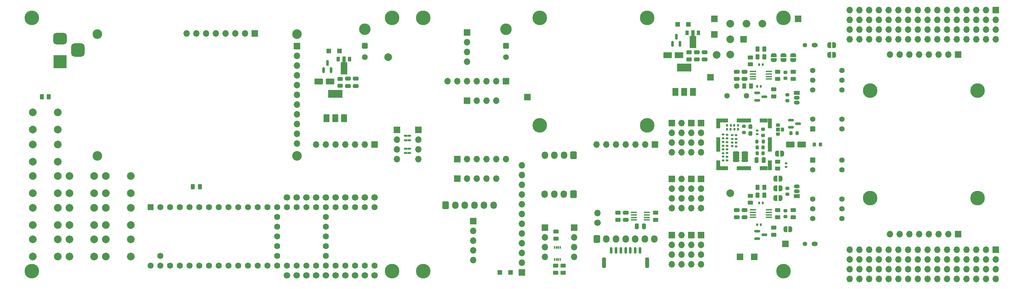
<source format=gbr>
%TF.GenerationSoftware,KiCad,Pcbnew,6.0.2+dfsg-1*%
%TF.CreationDate,2023-06-28T13:42:52-06:00*%
%TF.ProjectId,SpectDrone,53706563-7444-4726-9f6e-652e6b696361,rev?*%
%TF.SameCoordinates,PXd18240cPY697af44*%
%TF.FileFunction,Soldermask,Bot*%
%TF.FilePolarity,Negative*%
%FSLAX46Y46*%
G04 Gerber Fmt 4.6, Leading zero omitted, Abs format (unit mm)*
G04 Created by KiCad (PCBNEW 6.0.2+dfsg-1) date 2023-06-28 13:42:52*
%MOMM*%
%LPD*%
G01*
G04 APERTURE LIST*
G04 Aperture macros list*
%AMRoundRect*
0 Rectangle with rounded corners*
0 $1 Rounding radius*
0 $2 $3 $4 $5 $6 $7 $8 $9 X,Y pos of 4 corners*
0 Add a 4 corners polygon primitive as box body*
4,1,4,$2,$3,$4,$5,$6,$7,$8,$9,$2,$3,0*
0 Add four circle primitives for the rounded corners*
1,1,$1+$1,$2,$3*
1,1,$1+$1,$4,$5*
1,1,$1+$1,$6,$7*
1,1,$1+$1,$8,$9*
0 Add four rect primitives between the rounded corners*
20,1,$1+$1,$2,$3,$4,$5,0*
20,1,$1+$1,$4,$5,$6,$7,0*
20,1,$1+$1,$6,$7,$8,$9,0*
20,1,$1+$1,$8,$9,$2,$3,0*%
%AMFreePoly0*
4,1,22,0.500000,-0.750000,0.000000,-0.750000,0.000000,-0.745033,-0.079941,-0.743568,-0.215256,-0.701293,-0.333266,-0.622738,-0.424486,-0.514219,-0.481581,-0.384460,-0.499164,-0.250000,-0.500000,-0.250000,-0.500000,0.250000,-0.499164,0.250000,-0.499963,0.256109,-0.478152,0.396186,-0.417904,0.524511,-0.324060,0.630769,-0.204165,0.706417,-0.067858,0.745374,0.000000,0.744959,0.000000,0.750000,
0.500000,0.750000,0.500000,-0.750000,0.500000,-0.750000,$1*%
%AMFreePoly1*
4,1,20,0.000000,0.744959,0.073905,0.744508,0.209726,0.703889,0.328688,0.626782,0.421226,0.519385,0.479903,0.390333,0.500000,0.250000,0.500000,-0.250000,0.499851,-0.262216,0.476331,-0.402017,0.414519,-0.529596,0.319384,-0.634700,0.198574,-0.708877,0.061801,-0.746166,0.000000,-0.745033,0.000000,-0.750000,-0.500000,-0.750000,-0.500000,0.750000,0.000000,0.750000,0.000000,0.744959,
0.000000,0.744959,$1*%
%AMFreePoly2*
4,1,16,0.300000,-0.231000,-0.349600,-0.231000,-0.349600,-0.230920,-0.350000,-0.231000,-0.438400,-0.213416,-0.513342,-0.163342,-0.563416,-0.088400,-0.581000,0.000000,-0.563416,0.088400,-0.513342,0.163342,-0.438400,0.213416,-0.350000,0.231000,-0.349600,0.230920,-0.349600,0.231000,0.300000,0.231000,0.300000,-0.231000,0.300000,-0.231000,$1*%
%AMFreePoly3*
4,1,12,0.350000,0.230000,0.438017,0.212492,0.512635,0.162635,0.562492,0.088017,0.580000,0.000000,0.562492,-0.088017,0.512635,-0.162635,0.438017,-0.212492,0.350000,-0.230000,-0.300000,-0.231000,-0.300000,0.231000,0.350000,0.230000,0.350000,0.230000,$1*%
%AMFreePoly4*
4,1,9,3.862500,-0.866500,0.737500,-0.866500,0.737500,-0.450000,-0.737500,-0.450000,-0.737500,0.450000,0.737500,0.450000,0.737500,0.866500,3.862500,0.866500,3.862500,-0.866500,3.862500,-0.866500,$1*%
%AMFreePoly5*
4,1,13,0.412500,-0.525000,-0.137500,-0.525000,-0.242738,-0.504067,-0.331954,-0.444454,-0.391567,-0.355238,-0.412500,-0.250000,-0.412500,0.250000,-0.391567,0.355238,-0.331954,0.444454,-0.242738,0.504067,-0.137500,0.525000,0.412500,0.525000,0.412500,-0.525000,0.412500,-0.525000,$1*%
%AMFreePoly6*
4,1,13,0.242738,0.504067,0.331954,0.444454,0.391567,0.355238,0.412500,0.250000,0.412500,-0.250000,0.391567,-0.355238,0.331954,-0.444454,0.242738,-0.504067,0.137500,-0.525000,-0.412500,-0.525000,-0.412500,0.525000,0.137500,0.525000,0.242738,0.504067,0.242738,0.504067,$1*%
G04 Aperture macros list end*
%ADD10C,2.600000*%
%ADD11C,3.800000*%
%ADD12C,2.500000*%
%ADD13C,1.700000*%
%ADD14R,1.700000X1.700000*%
%ADD15O,1.700000X1.700000*%
%ADD16RoundRect,0.249900X-0.450100X-0.450100X0.450100X-0.450100X0.450100X0.450100X-0.450100X0.450100X0*%
%ADD17C,1.400000*%
%ADD18C,1.440000*%
%ADD19O,1.600000X1.200000*%
%ADD20O,1.200000X1.200000*%
%ADD21R,1.500000X1.050000*%
%ADD22O,1.500000X1.050000*%
%ADD23C,2.000000*%
%ADD24RoundRect,0.250000X-0.450000X0.262500X-0.450000X-0.262500X0.450000X-0.262500X0.450000X0.262500X0*%
%ADD25FreePoly0,180.000000*%
%ADD26FreePoly1,180.000000*%
%ADD27R,0.300000X0.800000*%
%ADD28R,1.500000X2.000000*%
%ADD29R,3.800000X2.000000*%
%ADD30RoundRect,0.200000X-0.200000X-0.275000X0.200000X-0.275000X0.200000X0.275000X-0.200000X0.275000X0*%
%ADD31RoundRect,0.140000X-0.140000X-0.170000X0.140000X-0.170000X0.140000X0.170000X-0.140000X0.170000X0*%
%ADD32RoundRect,0.250000X0.450000X-0.262500X0.450000X0.262500X-0.450000X0.262500X-0.450000X-0.262500X0*%
%ADD33RoundRect,0.140000X0.140000X0.170000X-0.140000X0.170000X-0.140000X-0.170000X0.140000X-0.170000X0*%
%ADD34RoundRect,0.135000X-0.185000X0.135000X-0.185000X-0.135000X0.185000X-0.135000X0.185000X0.135000X0*%
%ADD35RoundRect,0.100000X0.712500X0.100000X-0.712500X0.100000X-0.712500X-0.100000X0.712500X-0.100000X0*%
%ADD36RoundRect,0.275000X-0.537500X-0.125000X0.537500X-0.125000X0.537500X0.125000X-0.537500X0.125000X0*%
%ADD37RoundRect,0.250000X-0.250000X-0.475000X0.250000X-0.475000X0.250000X0.475000X-0.250000X0.475000X0*%
%ADD38RoundRect,0.225000X0.250000X-0.225000X0.250000X0.225000X-0.250000X0.225000X-0.250000X-0.225000X0*%
%ADD39RoundRect,0.250000X-0.475000X0.250000X-0.475000X-0.250000X0.475000X-0.250000X0.475000X0.250000X0*%
%ADD40RoundRect,0.250000X-0.275000X0.312500X-0.275000X-0.312500X0.275000X-0.312500X0.275000X0.312500X0*%
%ADD41RoundRect,0.135000X0.135000X0.185000X-0.135000X0.185000X-0.135000X-0.185000X0.135000X-0.185000X0*%
%ADD42RoundRect,0.150000X-0.587500X-0.150000X0.587500X-0.150000X0.587500X0.150000X-0.587500X0.150000X0*%
%ADD43RoundRect,0.250000X0.475000X-0.250000X0.475000X0.250000X-0.475000X0.250000X-0.475000X-0.250000X0*%
%ADD44RoundRect,0.225000X-0.225000X-0.250000X0.225000X-0.250000X0.225000X0.250000X-0.225000X0.250000X0*%
%ADD45FreePoly2,180.000000*%
%ADD46FreePoly3,180.000000*%
%ADD47RoundRect,0.140000X-0.170000X0.140000X-0.170000X-0.140000X0.170000X-0.140000X0.170000X0.140000X0*%
%ADD48RoundRect,0.250000X0.600000X0.725000X-0.600000X0.725000X-0.600000X-0.725000X0.600000X-0.725000X0*%
%ADD49O,1.700000X1.950000*%
%ADD50R,0.900000X1.300000*%
%ADD51FreePoly4,270.000000*%
%ADD52RoundRect,0.250000X0.262500X0.450000X-0.262500X0.450000X-0.262500X-0.450000X0.262500X-0.450000X0*%
%ADD53R,3.800000X1.000000*%
%ADD54R,1.000000X1.650000*%
%ADD55R,1.000000X3.800000*%
%ADD56R,1.000000X1.000000*%
%ADD57R,2.130000X1.000000*%
%ADD58RoundRect,0.200000X-0.275000X0.200000X-0.275000X-0.200000X0.275000X-0.200000X0.275000X0.200000X0*%
%ADD59C,1.600000*%
%ADD60R,1.600000X1.600000*%
%ADD61RoundRect,0.200000X0.200000X0.275000X-0.200000X0.275000X-0.200000X-0.275000X0.200000X-0.275000X0*%
%ADD62RoundRect,0.135000X0.185000X-0.135000X0.185000X0.135000X-0.185000X0.135000X-0.185000X-0.135000X0*%
%ADD63FreePoly0,270.000000*%
%ADD64FreePoly1,270.000000*%
%ADD65RoundRect,0.140000X0.170000X-0.140000X0.170000X0.140000X-0.170000X0.140000X-0.170000X-0.140000X0*%
%ADD66R,1.200000X1.200000*%
%ADD67RoundRect,0.225000X-0.250000X0.225000X-0.250000X-0.225000X0.250000X-0.225000X0.250000X0.225000X0*%
%ADD68RoundRect,0.250000X-0.600000X-0.725000X0.600000X-0.725000X0.600000X0.725000X-0.600000X0.725000X0*%
%ADD69R,3.500000X3.500000*%
%ADD70RoundRect,0.750000X-1.000000X0.750000X-1.000000X-0.750000X1.000000X-0.750000X1.000000X0.750000X0*%
%ADD71RoundRect,0.875000X-0.875000X0.875000X-0.875000X-0.875000X0.875000X-0.875000X0.875000X0.875000X0*%
%ADD72FreePoly5,90.000000*%
%ADD73R,1.050000X1.050000*%
%ADD74FreePoly6,90.000000*%
%ADD75FreePoly6,0.000000*%
%ADD76R,1.600000X0.300000*%
%ADD77RoundRect,0.250000X-0.262500X-0.450000X0.262500X-0.450000X0.262500X0.450000X-0.262500X0.450000X0*%
%ADD78RoundRect,0.250000X0.850000X0.550000X-0.850000X0.550000X-0.850000X-0.550000X0.850000X-0.550000X0*%
%ADD79RoundRect,0.150000X0.150000X-0.587500X0.150000X0.587500X-0.150000X0.587500X-0.150000X-0.587500X0*%
%ADD80C,3.000000*%
%ADD81RoundRect,0.250001X0.499999X0.499999X-0.499999X0.499999X-0.499999X-0.499999X0.499999X-0.499999X0*%
%ADD82C,1.500000*%
%ADD83RoundRect,0.250000X-0.850000X-0.550000X0.850000X-0.550000X0.850000X0.550000X-0.850000X0.550000X0*%
%ADD84RoundRect,0.150000X0.150000X0.700000X-0.150000X0.700000X-0.150000X-0.700000X0.150000X-0.700000X0*%
%ADD85RoundRect,0.250000X0.250000X1.100000X-0.250000X1.100000X-0.250000X-1.100000X0.250000X-1.100000X0*%
%ADD86FreePoly0,0.000000*%
%ADD87FreePoly1,0.000000*%
%ADD88RoundRect,0.250000X0.250000X0.475000X-0.250000X0.475000X-0.250000X-0.475000X0.250000X-0.475000X0*%
%ADD89FreePoly0,90.000000*%
%ADD90FreePoly1,90.000000*%
G04 APERTURE END LIST*
D10*
%TO.C,H8*%
X22677600Y13999800D03*
D11*
X22677600Y13999800D03*
%TD*%
D12*
%TO.C,H17*%
X-126905300Y28753000D03*
%TD*%
D13*
%TO.C,JRX8*%
X-109195900Y-34175900D03*
%TD*%
%TO.C,JA17*%
X-126975900Y-34175900D03*
%TD*%
D14*
%TO.C,J1-2*%
X-24003000Y-9016949D03*
D15*
X-24003000Y-11556949D03*
X-24003000Y-14096949D03*
X-24003000Y-16636949D03*
X-26503000Y-16636949D03*
X-26503000Y-14096949D03*
X-26503000Y-11556949D03*
X-26503000Y-9016949D03*
%TD*%
D16*
%TO.C,U2*%
X7620000Y-4064000D03*
D17*
X7620000Y-6604000D03*
X7620000Y-14224000D03*
X7620000Y-16764000D03*
X7620000Y-19304000D03*
X15240000Y-19304000D03*
X15240000Y-16764000D03*
X15240000Y-14224000D03*
X15240000Y-6604000D03*
X15240000Y-4064000D03*
%TD*%
D14*
%TO.C,JVIN1*%
X-10414000Y27432100D03*
%TD*%
D10*
%TO.C,H7*%
X50677600Y-14000200D03*
D11*
X50677600Y-14000200D03*
%TD*%
D13*
%TO.C,JRX7*%
X-116815900Y-13855900D03*
%TD*%
D11*
%TO.C,H14*%
X-196089300Y33020000D03*
D10*
X-196089300Y33020000D03*
%TD*%
D13*
%TO.C,JA16*%
X-124435900Y-34175900D03*
%TD*%
D14*
%TO.C,JAC1*%
X45552800Y-23398400D03*
D15*
X43012800Y-23398400D03*
X40472800Y-23398400D03*
X37932800Y-23398400D03*
X35392800Y-23398400D03*
X32852800Y-23398400D03*
X30312800Y-23398400D03*
X27772800Y-23398400D03*
%TD*%
D10*
%TO.C,H11*%
X-35560000Y5007100D03*
D11*
X-35560000Y5007100D03*
%TD*%
%TO.C,H4*%
X-93980000Y-33020000D03*
D10*
X-93980000Y-33020000D03*
%TD*%
D13*
%TO.C,J3V2*%
X-129515900Y-13855900D03*
%TD*%
D10*
%TO.C,H3*%
X-93980000Y33020000D03*
D11*
X-93980000Y33020000D03*
%TD*%
D14*
%TO.C,JAUX1*%
X-68199000Y-33337500D03*
D15*
X-68199000Y-30797500D03*
X-68199000Y-28257500D03*
X-68199000Y-25717500D03*
X-68199000Y-23177500D03*
X-68199000Y-20637500D03*
X-68199000Y-18097500D03*
X-68199000Y-15557500D03*
X-68199000Y-13017500D03*
X-68199000Y-10477500D03*
X-68199000Y-7937500D03*
X-68199000Y-5397500D03*
%TD*%
D13*
%TO.C,JA12*%
X-121895900Y-13855900D03*
%TD*%
D14*
%TO.C,JAPC1*%
X-29083446Y-9016949D03*
D15*
X-29083446Y-11556949D03*
X-29083446Y-14096949D03*
X-29083446Y-16636949D03*
%TD*%
D10*
%TO.C,H15*%
X-196057300Y-33020000D03*
D11*
X-196057300Y-33020000D03*
%TD*%
D14*
%TO.C,J3V3*%
X-66800000Y12380000D03*
%TD*%
%TO.C,J1-3*%
X-24003000Y-23621949D03*
D15*
X-24003000Y-26161949D03*
X-24003000Y-28701949D03*
X-24003000Y-31241949D03*
X-26503000Y-31241949D03*
X-26503000Y-28701949D03*
X-26503000Y-26161949D03*
X-26503000Y-23621949D03*
%TD*%
D13*
%TO.C,JRX3*%
X-111735900Y-13855900D03*
%TD*%
D14*
%TO.C,J1-3-1*%
X-29083446Y-23621949D03*
D15*
X-29083446Y-26161949D03*
X-29083446Y-28701949D03*
X-29083446Y-31241949D03*
%TD*%
D11*
%TO.C,H9*%
X-63560000Y5007100D03*
D10*
X-63560000Y5007100D03*
%TD*%
D13*
%TO.C,CAN1*%
X-48489900Y-20459900D03*
D15*
X-48489900Y-17919900D03*
%TD*%
D11*
%TO.C,H6*%
X50677600Y13999800D03*
D10*
X50677600Y13999800D03*
%TD*%
%TO.C,H12*%
X-63560000Y33007100D03*
D11*
X-63560000Y33007100D03*
%TD*%
%TO.C,H13*%
X-102109300Y33020000D03*
D10*
X-102109300Y33020000D03*
%TD*%
D14*
%TO.C,JUT1*%
X-21463000Y-9016949D03*
D15*
X-21463000Y-11556949D03*
X-21463000Y-14096949D03*
X-21463000Y-16636949D03*
%TD*%
D13*
%TO.C,JTX3*%
X-109195900Y-13855900D03*
%TD*%
%TO.C,JA11*%
X-124435900Y-13855900D03*
%TD*%
D18*
%TO.C,RV1*%
X-9627900Y12687100D03*
X-12167900Y15227100D03*
X-14707900Y12687100D03*
%TD*%
D11*
%TO.C,H2*%
X0Y33020000D03*
D10*
X0Y33020000D03*
%TD*%
D14*
%TO.C,JGPS1*%
X-80900000Y-20011000D03*
D15*
X-80900000Y-22551000D03*
X-80900000Y-25091000D03*
X-80900000Y-27631000D03*
X-80900000Y-30171000D03*
%TD*%
D19*
%TO.C,PD1*%
X8128000Y25908000D03*
D20*
X5588000Y25908000D03*
%TD*%
D14*
%TO.C,JA1*%
X-29083446Y5588051D03*
D15*
X-29083446Y3048051D03*
X-29083446Y508051D03*
X-29083446Y-2031949D03*
%TD*%
D13*
%TO.C,JTX8*%
X-111735900Y-34175900D03*
%TD*%
D21*
%TO.C,UT2*%
X3505200Y-13462000D03*
D22*
X3505200Y-12192000D03*
X3505200Y-10922000D03*
%TD*%
D11*
%TO.C,H10*%
X-35560000Y33007100D03*
D10*
X-35560000Y33007100D03*
%TD*%
D13*
%TO.C,JCK2*%
X-106655900Y-34175900D03*
%TD*%
%TO.C,JTX7*%
X-114275900Y-13855900D03*
%TD*%
D12*
%TO.C,H20*%
X-178905300Y28753000D03*
%TD*%
D14*
%TO.C,JD1*%
X-21463000Y5588051D03*
D15*
X-21463000Y3048051D03*
X-21463000Y508051D03*
X-21463000Y-2031949D03*
%TD*%
D13*
%TO.C,JSS1*%
X-119355900Y-34175900D03*
%TD*%
D12*
%TO.C,H18*%
X-126905300Y-2947000D03*
%TD*%
D13*
%TO.C,JGND1*%
X-129515900Y-34175900D03*
%TD*%
D12*
%TO.C,H19*%
X-178905300Y-2947000D03*
%TD*%
D13*
%TO.C,JSS2*%
X-116815900Y-34175900D03*
%TD*%
%TO.C,JA13*%
X-119355900Y-13855900D03*
%TD*%
D10*
%TO.C,H5*%
X22677600Y-14000200D03*
D11*
X22677600Y-14000200D03*
%TD*%
%TO.C,H1*%
X0Y-33020000D03*
D10*
X0Y-33020000D03*
%TD*%
D11*
%TO.C,H16*%
X-102109300Y-33020000D03*
D10*
X-102109300Y-33020000D03*
%TD*%
D14*
%TO.C,J1-1*%
X-24004300Y5588000D03*
D15*
X-24004300Y3048000D03*
X-24004300Y508000D03*
X-24004300Y-2032000D03*
X-26504300Y-2032000D03*
X-26504300Y508000D03*
X-26504300Y3048000D03*
X-26504300Y5588000D03*
%TD*%
D13*
%TO.C,JSS3*%
X-114275900Y-34175900D03*
%TD*%
%TO.C,JOUT1*%
X-106655900Y-13855900D03*
%TD*%
D14*
%TO.C,J1-3-2*%
X-21463000Y-23621949D03*
D15*
X-21463000Y-26161949D03*
X-21463000Y-28701949D03*
X-21463000Y-31241949D03*
%TD*%
D13*
%TO.C,JA10*%
X-126975900Y-13855900D03*
%TD*%
D23*
%TO.C,TP4*%
X-103086300Y22733000D03*
%TD*%
D13*
%TO.C,JMISO1*%
X-121895900Y-34175900D03*
%TD*%
D24*
%TO.C,RS7*%
X2540000Y-17121500D03*
X2540000Y-18946500D03*
%TD*%
D23*
%TO.C,SW5*%
X-179764300Y-16510000D03*
X-186264300Y-16510000D03*
X-186264300Y-21010000D03*
X-179764300Y-21010000D03*
%TD*%
D25*
%TO.C,JPD4*%
X-763300Y-13970000D03*
D26*
X-2063300Y-13970000D03*
%TD*%
D27*
%TO.C,U11*%
X-58178000Y-29998000D03*
X-58678000Y-29998000D03*
X-59178000Y-29998000D03*
X-59678000Y-29998000D03*
X-59678000Y-26898000D03*
X-59178000Y-26898000D03*
X-58678000Y-26898000D03*
X-58178000Y-26898000D03*
%TD*%
D28*
%TO.C,U4*%
X-23583900Y13728100D03*
D29*
X-25883900Y20028100D03*
D28*
X-25883900Y13728100D03*
X-28183900Y13728100D03*
%TD*%
D23*
%TO.C,SW0*%
X-195796300Y0D03*
X-189296300Y0D03*
X-195796300Y-4500000D03*
X-189296300Y-4500000D03*
%TD*%
D30*
%TO.C,R10*%
X1967700Y2921000D03*
X3617700Y2921000D03*
%TD*%
D31*
%TO.C,C22*%
X-14684575Y3922000D03*
X-13724575Y3922000D03*
%TD*%
D14*
%TO.C,J7*%
X55372000Y-27432000D03*
D15*
X52832000Y-27432000D03*
X50292000Y-27432000D03*
X47752000Y-27432000D03*
X45212000Y-27432000D03*
X42672000Y-27432000D03*
X40132000Y-27432000D03*
X37592000Y-27432000D03*
X35052000Y-27432000D03*
X32512000Y-27432000D03*
X29972000Y-27432000D03*
X27432000Y-27432000D03*
X24892000Y-27432000D03*
X22352000Y-27432000D03*
X19812000Y-27432000D03*
X17272000Y-27432000D03*
X55372000Y-29972000D03*
X52832000Y-29972000D03*
X50292000Y-29972000D03*
X47752000Y-29972000D03*
X45212000Y-29972000D03*
X42672000Y-29972000D03*
X40132000Y-29972000D03*
X37592000Y-29972000D03*
X35052000Y-29972000D03*
X32512000Y-29972000D03*
X29972000Y-29972000D03*
X27432000Y-29972000D03*
X24892000Y-29972000D03*
X22352000Y-29972000D03*
X19812000Y-29972000D03*
X17272000Y-29972000D03*
X55372000Y-32512000D03*
X52832000Y-32512000D03*
X50292000Y-32512000D03*
X47752000Y-32512000D03*
X45212000Y-32512000D03*
X42672000Y-32512000D03*
X40132000Y-32512000D03*
X37592000Y-32512000D03*
X35052000Y-32512000D03*
X32512000Y-32512000D03*
X29972000Y-32512000D03*
X27432000Y-32512000D03*
X24892000Y-32512000D03*
X22352000Y-32512000D03*
X19812000Y-32512000D03*
X17272000Y-32512000D03*
X55372000Y-35052000D03*
X52832000Y-35052000D03*
X50292000Y-35052000D03*
X47752000Y-35052000D03*
X45212000Y-35052000D03*
X42672000Y-35052000D03*
X40132000Y-35052000D03*
X37592000Y-35052000D03*
X35052000Y-35052000D03*
X32512000Y-35052000D03*
X29972000Y-35052000D03*
X27432000Y-35052000D03*
X24892000Y-35052000D03*
X22352000Y-35052000D03*
X19812000Y-35052000D03*
X17272000Y-35052000D03*
%TD*%
D32*
%TO.C,R7*%
X-59309000Y-24534500D03*
X-59309000Y-22709500D03*
%TD*%
D33*
%TO.C,CS8*%
X-5870000Y-20955000D03*
X-6830000Y-20955000D03*
%TD*%
D34*
%TO.C,R16*%
X-15680500Y-3171000D03*
X-15680500Y-4191000D03*
%TD*%
D35*
%TO.C,US2*%
X-3729500Y-17059000D03*
X-3729500Y-17709000D03*
X-3729500Y-18359000D03*
X-3729500Y-19009000D03*
X-7954500Y-19009000D03*
X-7954500Y-18359000D03*
X-7954500Y-17709000D03*
X-7954500Y-17059000D03*
%TD*%
D31*
%TO.C,C23*%
X-12766575Y3922000D03*
X-11806575Y3922000D03*
%TD*%
D36*
%TO.C,U12*%
X-12314800Y-4150000D03*
X-12314800Y-3500000D03*
X-12314800Y-2850000D03*
X-12314800Y-2200000D03*
X-10039800Y-2200000D03*
X-10039800Y-2850000D03*
X-10039800Y-3500000D03*
X-10039800Y-4150000D03*
%TD*%
D23*
%TO.C,SW2*%
X-186264300Y-8255000D03*
X-179764300Y-8255000D03*
X-179764300Y-12755000D03*
X-186264300Y-12755000D03*
%TD*%
D32*
%TO.C,R11*%
X-59410600Y-33424500D03*
X-59410600Y-31599500D03*
%TD*%
D14*
%TO.C,J5-1*%
X-85090000Y-3810000D03*
D15*
X-82550000Y-3810000D03*
X-80010000Y-3810000D03*
X-77470000Y-3810000D03*
X-74930000Y-3810000D03*
X-72390000Y-3810000D03*
%TD*%
D37*
%TO.C,C13*%
X-6986300Y-4064000D03*
X-5086300Y-4064000D03*
%TD*%
D38*
%TO.C,CS6*%
X508000Y-18809000D03*
X508000Y-17259000D03*
%TD*%
D39*
%TO.C,CS4*%
X-10160000Y18984000D03*
X-10160000Y17084000D03*
%TD*%
%TO.C,C3*%
X-20574000Y24061500D03*
X-20574000Y22161500D03*
%TD*%
D14*
%TO.C,J3V1-1*%
X-19051300Y17526000D03*
%TD*%
D40*
%TO.C,C16*%
X-8577000Y4646700D03*
X-8577000Y2871700D03*
%TD*%
D34*
%TO.C,R17*%
X-15680500Y-1253000D03*
X-15680500Y-2273000D03*
%TD*%
D23*
%TO.C,SW9*%
X-189289300Y-24765000D03*
X-195789300Y-24765000D03*
X-189289300Y-29265000D03*
X-195789300Y-29265000D03*
%TD*%
%TO.C,TP1*%
X-13843000Y31496000D03*
%TD*%
D14*
%TO.C,JAPC-1*%
X-33528000Y-12900D03*
D15*
X-36068000Y-12900D03*
X-38608000Y-12900D03*
X-41148000Y-12900D03*
X-43688000Y-12900D03*
X-46228000Y-12900D03*
X-48768000Y-12900D03*
%TD*%
D32*
%TO.C,R6*%
X-33324800Y-19657700D03*
X-33324800Y-17832700D03*
%TD*%
D14*
%TO.C,J5V3-1*%
X-18035300Y32766000D03*
%TD*%
D39*
%TO.C,C9*%
X-41149300Y-17780000D03*
X-41149300Y-19680000D03*
%TD*%
D32*
%TO.C,R2*%
X-115651300Y15283500D03*
X-115651300Y17108500D03*
%TD*%
D33*
%TO.C,CS7*%
X-5362000Y-15240000D03*
X-6322000Y-15240000D03*
%TD*%
D41*
%TO.C,R20*%
X-13694575Y4938000D03*
X-14714575Y4938000D03*
%TD*%
D42*
%TO.C,U13*%
X1961200Y4450000D03*
X1961200Y6350000D03*
X3836200Y5400000D03*
%TD*%
D33*
%TO.C,CS2*%
X-5362000Y20828000D03*
X-6322000Y20828000D03*
%TD*%
D43*
%TO.C,CS5*%
X-12192000Y17084000D03*
X-12192000Y18984000D03*
%TD*%
D14*
%TO.C,JI2C3v-1*%
X-54610000Y-21711600D03*
D15*
X-54610000Y-24251600D03*
X-54610000Y-26791600D03*
X-54610000Y-29331600D03*
%TD*%
D44*
%TO.C,C17*%
X-6811300Y-762000D03*
X-5261300Y-762000D03*
%TD*%
D45*
%TO.C,JP15*%
X-97642600Y-2230001D03*
D46*
X-98442600Y-2230001D03*
%TD*%
D23*
%TO.C,TP5v0-1*%
X-17400300Y23368000D03*
%TD*%
D21*
%TO.C,UT1*%
X3505200Y13462000D03*
D22*
X3505200Y12192000D03*
X3505200Y10922000D03*
%TD*%
D47*
%TO.C,C21*%
X-14654900Y607000D03*
X-14654900Y-353000D03*
%TD*%
D48*
%TO.C,JCAM2*%
X-54737000Y-12954000D03*
D49*
X-57237000Y-12954000D03*
X-59737000Y-12954000D03*
X-62237000Y-12954000D03*
%TD*%
D50*
%TO.C,U3*%
X-25122000Y29145500D03*
D51*
X-23622000Y29058000D03*
D50*
X-22122000Y29145500D03*
%TD*%
D23*
%TO.C,TP2*%
X-9653300Y31496000D03*
%TD*%
D14*
%TO.C,J3V0-1*%
X-7620000Y-29337000D03*
%TD*%
D52*
%TO.C,RSW1*%
X-191619500Y12446000D03*
X-193444500Y12446000D03*
%TD*%
D53*
%TO.C,J5*%
X-10253100Y-6237100D03*
D54*
X-16983100Y-4912100D03*
D55*
X-3523100Y12900D03*
D54*
X-3523100Y4937900D03*
D56*
X-16983100Y6262900D03*
X-3523100Y-6237100D03*
D53*
X-10253100Y6262900D03*
D56*
X-16983100Y-6237100D03*
D57*
X-5088100Y-6237100D03*
D54*
X-3523100Y-4912100D03*
X-16983100Y4937900D03*
D57*
X-15418100Y6262900D03*
X-15418100Y-6237100D03*
D56*
X-3523100Y6262900D03*
D55*
X-16983100Y12900D03*
D57*
X-5088100Y6262900D03*
%TD*%
D58*
%TO.C,R14*%
X-10304200Y4749600D03*
X-10304200Y3099600D03*
%TD*%
D25*
%TO.C,JPV2*%
X13250000Y25900000D03*
D26*
X11950000Y25900000D03*
%TD*%
D59*
%TO.C,U7*%
X-132055900Y-18935900D03*
X-132055900Y-21475900D03*
X-132055900Y-24015900D03*
X-132055900Y-26555900D03*
X-132055900Y-29095900D03*
D60*
X-165075900Y-16395900D03*
D59*
X-162535900Y-16395900D03*
X-159995900Y-16395900D03*
X-157455900Y-16395900D03*
X-154915900Y-16395900D03*
X-152375900Y-16395900D03*
X-149835900Y-16395900D03*
X-147295900Y-16395900D03*
X-144755900Y-16395900D03*
X-142215900Y-16395900D03*
X-139675900Y-16395900D03*
X-137135900Y-16395900D03*
X-134595900Y-16395900D03*
X-132055900Y-16395900D03*
X-129515900Y-16395900D03*
X-126975900Y-16395900D03*
X-124435900Y-16395900D03*
X-121895900Y-16395900D03*
X-119355900Y-16395900D03*
X-116815900Y-16395900D03*
X-114275900Y-16395900D03*
X-111735900Y-16395900D03*
X-109195900Y-16395900D03*
X-106655900Y-16395900D03*
X-106655900Y-31635900D03*
X-109195900Y-31635900D03*
X-111735900Y-31635900D03*
X-114275900Y-31635900D03*
X-116815900Y-31635900D03*
X-119355900Y-31635900D03*
X-121895900Y-31635900D03*
X-124435900Y-31635900D03*
X-126975900Y-31635900D03*
X-129515900Y-31635900D03*
X-132055900Y-31635900D03*
X-134595900Y-31635900D03*
X-137135900Y-31635900D03*
X-139675900Y-31635900D03*
X-142215900Y-31635900D03*
X-144755900Y-31635900D03*
X-147295900Y-31635900D03*
X-149835900Y-31635900D03*
X-152375900Y-31635900D03*
X-154915900Y-31635900D03*
X-157455900Y-31635900D03*
X-159995900Y-31635900D03*
X-162535900Y-31635900D03*
X-165075900Y-31635900D03*
X-162535900Y-29095900D03*
X-119355900Y-18935900D03*
X-119355900Y-21475900D03*
X-119355900Y-24015900D03*
X-119355900Y-26555900D03*
X-119355900Y-29095900D03*
%TD*%
D32*
%TO.C,RS5*%
X-1524000Y-18946500D03*
X-1524000Y-17121500D03*
%TD*%
D61*
%TO.C,R15*%
X-5211300Y762000D03*
X-6861300Y762000D03*
%TD*%
D24*
%TO.C,R_{PD.bias}1*%
X-8637300Y22690500D03*
X-8637300Y20865500D03*
%TD*%
D47*
%TO.C,C24*%
X-13336300Y2398000D03*
X-13336300Y1438000D03*
%TD*%
D62*
%TO.C,R23*%
X-12320300Y-510000D03*
X-12320300Y510000D03*
%TD*%
D23*
%TO.C,SW7*%
X-170246300Y-24765000D03*
X-176746300Y-24765000D03*
X-170246300Y-29265000D03*
X-176746300Y-29265000D03*
%TD*%
D39*
%TO.C,C5*%
X-111587300Y17146000D03*
X-111587300Y15246000D03*
%TD*%
D63*
%TO.C,JPD2*%
X-1300Y23256000D03*
D64*
X-1300Y21956000D03*
%TD*%
D65*
%TO.C,C18*%
X-14664500Y-4161000D03*
X-14664500Y-3201000D03*
%TD*%
D66*
%TO.C,D1*%
X-27562000Y31292800D03*
X-24762000Y31292800D03*
%TD*%
D16*
%TO.C,U1*%
X7620000Y4064000D03*
D17*
X7620000Y6604000D03*
X7620000Y14224000D03*
X7620000Y16764000D03*
X7620000Y19304000D03*
X15240000Y19304000D03*
X15240000Y16764000D03*
X15240000Y14224000D03*
X15240000Y6604000D03*
X15240000Y4064000D03*
%TD*%
D39*
%TO.C,CS9*%
X-10160000Y-17084000D03*
X-10160000Y-18984000D03*
%TD*%
D23*
%TO.C,SW1*%
X-170239300Y-8255000D03*
X-176739300Y-8255000D03*
X-176739300Y-12755000D03*
X-170239300Y-12755000D03*
%TD*%
D65*
%TO.C,C19*%
X-14664500Y-2243000D03*
X-14664500Y-1283000D03*
%TD*%
D14*
%TO.C,J4*%
X-72390000Y16510000D03*
D15*
X-74930000Y16510000D03*
X-77470000Y16510000D03*
X-80010000Y16510000D03*
X-82550000Y16510000D03*
X-85090000Y16510000D03*
X-87630000Y16510000D03*
%TD*%
D25*
%TO.C,JPV3*%
X13247100Y23317200D03*
D26*
X11947100Y23317200D03*
%TD*%
D43*
%TO.C,C8*%
X-113619300Y15246000D03*
X-113619300Y17146000D03*
%TD*%
D67*
%TO.C,C11*%
X1016000Y-11417000D03*
X1016000Y-12967000D03*
%TD*%
D38*
%TO.C,CS1*%
X508000Y17259000D03*
X508000Y18809000D03*
%TD*%
D68*
%TO.C,JALT1*%
X-48648000Y-24645500D03*
D49*
X-46148000Y-24645500D03*
X-43648000Y-24645500D03*
X-41148000Y-24645500D03*
X-38648000Y-24645500D03*
X-36148000Y-24645500D03*
X-33648000Y-24645500D03*
%TD*%
D32*
%TO.C,R1*%
X-24638000Y22199000D03*
X-24638000Y24024000D03*
%TD*%
D23*
%TO.C,TP3*%
X-5462300Y31496000D03*
%TD*%
%TO.C,SW8*%
X-179764300Y-24765000D03*
X-186264300Y-24765000D03*
X-179764300Y-29265000D03*
X-186264300Y-29265000D03*
%TD*%
D69*
%TO.C,J3*%
X-188684300Y21590000D03*
D70*
X-188684300Y27590000D03*
D71*
X-183984300Y24590000D03*
%TD*%
D38*
%TO.C,C12*%
X1014000Y11411000D03*
X1014000Y12961000D03*
%TD*%
D62*
%TO.C,R22*%
X-12320300Y1408000D03*
X-12320300Y2428000D03*
%TD*%
D72*
%TO.C,JP16*%
X-1387300Y2698300D03*
D73*
X-1387300Y3860800D03*
D74*
X-1387300Y5023300D03*
D75*
X-224800Y3860800D03*
%TD*%
D23*
%TO.C,TPv1-1*%
X-13835900Y23400000D03*
%TD*%
D14*
%TO.C,JIR1*%
X-82550000Y29210000D03*
D15*
X-82550000Y26670000D03*
X-82550000Y24130000D03*
X-82550000Y21590000D03*
%TD*%
D76*
%TO.C,U10*%
X-39015700Y-19687562D03*
X-39015700Y-19037562D03*
X-39015700Y-18387562D03*
X-39015700Y-17737562D03*
X-35615700Y-17737562D03*
X-35615700Y-18387562D03*
X-35615700Y-19037562D03*
X-35615700Y-19687562D03*
%TD*%
D14*
%TO.C,JIF1*%
X-95250000Y3810000D03*
D15*
X-95250000Y1270000D03*
X-95250000Y-1270000D03*
X-95250000Y-3810000D03*
%TD*%
D23*
%TO.C,SW10*%
X-189296300Y8382000D03*
X-195796300Y8382000D03*
X-195796300Y3882000D03*
X-189296300Y3882000D03*
%TD*%
D47*
%TO.C,C20*%
X-14654900Y2512000D03*
X-14654900Y1552000D03*
%TD*%
D32*
%TO.C,RS2*%
X-1524000Y17121500D03*
X-1524000Y18946500D03*
%TD*%
D35*
%TO.C,US1*%
X-3729500Y19009000D03*
X-3729500Y18359000D03*
X-3729500Y17709000D03*
X-3729500Y17059000D03*
X-7954500Y17059000D03*
X-7954500Y17709000D03*
X-7954500Y18359000D03*
X-7954500Y19009000D03*
%TD*%
D14*
%TO.C,JDIS2*%
X-126905300Y25603000D03*
D15*
X-126905300Y23063000D03*
X-126905300Y20523000D03*
X-126905300Y17983000D03*
X-126905300Y15443000D03*
X-126905300Y12903000D03*
X-126905300Y10363000D03*
X-126905300Y7823000D03*
X-126905300Y5283000D03*
X-126905300Y2743000D03*
X-126905300Y203000D03*
%TD*%
D14*
%TO.C,J5V3-2*%
X-11303000Y-29337000D03*
%TD*%
D32*
%TO.C,R8*%
X-57429400Y-33424500D03*
X-57429400Y-31599500D03*
%TD*%
D50*
%TO.C,U5*%
X-116135300Y22230000D03*
D51*
X-114635300Y22142500D03*
D50*
X-113135300Y22230000D03*
%TD*%
D42*
%TO.C,U9*%
X-6838800Y-24550000D03*
X-6838800Y-22650000D03*
X-4963800Y-23600000D03*
%TD*%
D33*
%TO.C,CS3*%
X-5870000Y15113000D03*
X-6830000Y15113000D03*
%TD*%
D62*
%TO.C,R18*%
X-15670900Y1580200D03*
X-15670900Y2600200D03*
%TD*%
D43*
%TO.C,CS10*%
X-12192000Y-18984000D03*
X-12192000Y-17084000D03*
%TD*%
D48*
%TO.C,JCAM1*%
X-54730000Y-2794000D03*
D49*
X-57230000Y-2794000D03*
X-59730000Y-2794000D03*
X-62230000Y-2794000D03*
%TD*%
D14*
%TO.C,JGND1-1*%
X3810000Y32766000D03*
%TD*%
D45*
%TO.C,JP12*%
X-97642600Y2229999D03*
D46*
X-98442600Y2229999D03*
%TD*%
D43*
%TO.C,C7*%
X-22606000Y22161500D03*
X-22606000Y24061500D03*
%TD*%
D47*
%TO.C,C25*%
X-13336300Y480000D03*
X-13336300Y-480000D03*
%TD*%
D52*
%TO.C,R3*%
X-152225400Y-11061900D03*
X-154050400Y-11061900D03*
%TD*%
D77*
%TO.C,RS8*%
X-6754500Y-13208000D03*
X-4929500Y-13208000D03*
%TD*%
D78*
%TO.C,C2*%
X4778000Y0D03*
X1778000Y0D03*
%TD*%
D68*
%TO.C,JGPS3*%
X-88098000Y-15887900D03*
D49*
X-85598000Y-15887900D03*
X-83098000Y-15887900D03*
X-80598000Y-15887900D03*
X-78098000Y-15887900D03*
X-75598000Y-15887900D03*
%TD*%
D79*
%TO.C,Q1*%
X-26990000Y26240500D03*
X-28890000Y26240500D03*
X-27940000Y28115500D03*
%TD*%
D25*
%TO.C,JPD6*%
X-763300Y-8890000D03*
D26*
X-2063300Y-8890000D03*
%TD*%
D23*
%TO.C,SW6*%
X-189296300Y-16510000D03*
X-195796300Y-16510000D03*
X-195796300Y-21010000D03*
X-189296300Y-21010000D03*
%TD*%
D80*
%TO.C,JBAT2*%
X-109189300Y30048000D03*
D81*
X-109189300Y25728000D03*
D82*
X-109189300Y22728000D03*
%TD*%
D23*
%TO.C,SW3*%
X-189296300Y-8255000D03*
X-195796300Y-8255000D03*
X-195796300Y-12755000D03*
X-189296300Y-12755000D03*
%TD*%
D67*
%TO.C,C27*%
X-5275000Y3924600D03*
X-5275000Y2374600D03*
%TD*%
D25*
%TO.C,JP11*%
X-335900Y-2370900D03*
D26*
X-1635900Y-2370900D03*
%TD*%
D47*
%TO.C,C26*%
X-6808500Y3629600D03*
X-6808500Y2669600D03*
%TD*%
D83*
%TO.C,C6*%
X-121215300Y16389000D03*
X-118215300Y16389000D03*
%TD*%
D14*
%TO.C,J5-2*%
X-82550000Y11430000D03*
D15*
X-80010000Y11430000D03*
X-77470000Y11430000D03*
X-74930000Y11430000D03*
%TD*%
D14*
%TO.C,JGPS2*%
X-85090000Y-8890000D03*
D15*
X-82550000Y-8890000D03*
X-80010000Y-8890000D03*
X-77470000Y-8890000D03*
X-74930000Y-8890000D03*
%TD*%
D14*
%TO.C,JAPC-2*%
X-106649300Y-12900D03*
D15*
X-109189300Y-12900D03*
X-111729300Y-12900D03*
X-114269300Y-12900D03*
X-116809300Y-12900D03*
X-119349300Y-12900D03*
X-121889300Y-12900D03*
%TD*%
D32*
%TO.C,R4*%
X-2541300Y12549500D03*
X-2541300Y14374500D03*
%TD*%
D66*
%TO.C,D3*%
X-71193200Y-33375600D03*
X-73993200Y-33375600D03*
%TD*%
D25*
%TO.C,JPD5*%
X-763300Y-11430000D03*
D26*
X-2063300Y-11430000D03*
%TD*%
D23*
%TO.C,SW4*%
X-176739300Y-16510000D03*
X-170239300Y-16510000D03*
X-176739300Y-21010000D03*
X-170239300Y-21010000D03*
%TD*%
D32*
%TO.C,R12*%
X-43180000Y-19642500D03*
X-43180000Y-17817500D03*
%TD*%
D65*
%TO.C,C15*%
X694000Y-5875900D03*
X694000Y-4915900D03*
%TD*%
D24*
%TO.C,RS3*%
X2540000Y18946500D03*
X2540000Y17121500D03*
%TD*%
D44*
%TO.C,C14*%
X-6824300Y-2286000D03*
X-5274300Y-2286000D03*
%TD*%
D52*
%TO.C,R9*%
X-8403400Y15244100D03*
X-10228400Y15244100D03*
%TD*%
D14*
%TO.C,JGND1-2*%
X508000Y-25908000D03*
%TD*%
%TO.C,JAC2*%
X45552700Y23398000D03*
D15*
X43012700Y23398000D03*
X40472700Y23398000D03*
X37932700Y23398000D03*
X35392700Y23398000D03*
X32852700Y23398000D03*
X30312700Y23398000D03*
X27772700Y23398000D03*
%TD*%
D84*
%TO.C,JALT2*%
X-37398000Y-27614000D03*
X-38648000Y-27614000D03*
X-39898000Y-27614000D03*
X-41148000Y-27614000D03*
X-42398000Y-27614000D03*
X-43648000Y-27614000D03*
X-44898000Y-27614000D03*
D85*
X-46748000Y-30814000D03*
X-35548000Y-30814000D03*
%TD*%
D42*
%TO.C,U8*%
X-6838800Y11500000D03*
X-6838800Y13400000D03*
X-4963800Y12450000D03*
%TD*%
D23*
%TO.C,TPv1-2*%
X-13835900Y-12715000D03*
%TD*%
D77*
%TO.C,RS6*%
X-6754500Y22860000D03*
X-4929500Y22860000D03*
%TD*%
D63*
%TO.C,JPD1*%
X2538700Y23256000D03*
D64*
X2538700Y21956000D03*
%TD*%
D83*
%TO.C,C4*%
X-30202000Y23241000D03*
X-27202000Y23241000D03*
%TD*%
D44*
%TO.C,C1*%
X8115000Y0D03*
X9665000Y0D03*
%TD*%
D28*
%TO.C,U6*%
X-114605200Y6854100D03*
D29*
X-116905200Y13154100D03*
D28*
X-116905200Y6854100D03*
X-119205200Y6854100D03*
%TD*%
D86*
%TO.C,JPV1*%
X548700Y-22098000D03*
D87*
X1848700Y-22098000D03*
%TD*%
D79*
%TO.C,Q2*%
X-118003300Y19388500D03*
X-119903300Y19388500D03*
X-118953300Y21263500D03*
%TD*%
D14*
%TO.C,JVIN1-1*%
X-18035300Y28702000D03*
%TD*%
%TO.C,JDIS1*%
X-137894300Y28917000D03*
D15*
X-140434300Y28917000D03*
X-142974300Y28917000D03*
X-145514300Y28917000D03*
X-148054300Y28917000D03*
X-150594300Y28917000D03*
X-153134300Y28917000D03*
X-155674300Y28917000D03*
%TD*%
D14*
%TO.C,JIF2*%
X-100838000Y3810000D03*
D15*
X-100838000Y1270000D03*
X-100838000Y-1270000D03*
X-100838000Y-3810000D03*
%TD*%
D66*
%TO.C,D2*%
X-118575300Y24390000D03*
X-115775300Y24390000D03*
%TD*%
D88*
%TO.C,C10*%
X-36363900Y-21386800D03*
X-38263900Y-21386800D03*
%TD*%
D32*
%TO.C,R5*%
X-2541300Y-23518500D03*
X-2541300Y-21693500D03*
%TD*%
D45*
%TO.C,JP13*%
X-97642600Y1109999D03*
D46*
X-98442600Y1109999D03*
%TD*%
D80*
%TO.C,JBAT1*%
X-72390000Y30050000D03*
D81*
X-72390000Y25730000D03*
D82*
X-72390000Y22730000D03*
%TD*%
D52*
%TO.C,R_{PD}1*%
X-4930800Y24892000D03*
X-6755800Y24892000D03*
%TD*%
D23*
%TO.C,TP5*%
X-13843000Y27432000D03*
%TD*%
D19*
%TO.C,PD2*%
X8128000Y-25908000D03*
D20*
X5588000Y-25908000D03*
%TD*%
D32*
%TO.C,R13*%
X-1465000Y-6308400D03*
X-1465000Y-4483400D03*
%TD*%
D24*
%TO.C,R_{PD.bias}2*%
X-8637300Y-13377500D03*
X-8637300Y-15202500D03*
%TD*%
D89*
%TO.C,JPD3*%
X-2541300Y21956000D03*
D90*
X-2541300Y23256000D03*
%TD*%
D62*
%TO.C,R19*%
X-15670900Y-337800D03*
X-15670900Y682200D03*
%TD*%
D14*
%TO.C,J6*%
X55372000Y35052000D03*
D15*
X52832000Y35052000D03*
X50292000Y35052000D03*
X47752000Y35052000D03*
X45212000Y35052000D03*
X42672000Y35052000D03*
X40132000Y35052000D03*
X37592000Y35052000D03*
X35052000Y35052000D03*
X32512000Y35052000D03*
X29972000Y35052000D03*
X27432000Y35052000D03*
X24892000Y35052000D03*
X22352000Y35052000D03*
X19812000Y35052000D03*
X17272000Y35052000D03*
X55372000Y32512000D03*
X52832000Y32512000D03*
X50292000Y32512000D03*
X47752000Y32512000D03*
X45212000Y32512000D03*
X42672000Y32512000D03*
X40132000Y32512000D03*
X37592000Y32512000D03*
X35052000Y32512000D03*
X32512000Y32512000D03*
X29972000Y32512000D03*
X27432000Y32512000D03*
X24892000Y32512000D03*
X22352000Y32512000D03*
X19812000Y32512000D03*
X17272000Y32512000D03*
X55372000Y29972000D03*
X52832000Y29972000D03*
X50292000Y29972000D03*
X47752000Y29972000D03*
X45212000Y29972000D03*
X42672000Y29972000D03*
X40132000Y29972000D03*
X37592000Y29972000D03*
X35052000Y29972000D03*
X32512000Y29972000D03*
X29972000Y29972000D03*
X27432000Y29972000D03*
X24892000Y29972000D03*
X22352000Y29972000D03*
X19812000Y29972000D03*
X17272000Y29972000D03*
X55372000Y27432000D03*
X52832000Y27432000D03*
X50292000Y27432000D03*
X47752000Y27432000D03*
X45212000Y27432000D03*
X42672000Y27432000D03*
X40132000Y27432000D03*
X37592000Y27432000D03*
X35052000Y27432000D03*
X32512000Y27432000D03*
X29972000Y27432000D03*
X27432000Y27432000D03*
X24892000Y27432000D03*
X22352000Y27432000D03*
X19812000Y27432000D03*
X17272000Y27432000D03*
%TD*%
D52*
%TO.C,R_{PD}2*%
X-4930800Y-11176000D03*
X-6755800Y-11176000D03*
%TD*%
D45*
%TO.C,JP14*%
X-97642600Y-1110001D03*
D46*
X-98442600Y-1110001D03*
%TD*%
D14*
%TO.C,JI2C1*%
X-62230000Y-21717000D03*
D15*
X-62230000Y-24257000D03*
X-62230000Y-26797000D03*
X-62230000Y-29337000D03*
%TD*%
D41*
%TO.C,R21*%
X-11776575Y4938000D03*
X-12796575Y4938000D03*
%TD*%
M02*

</source>
